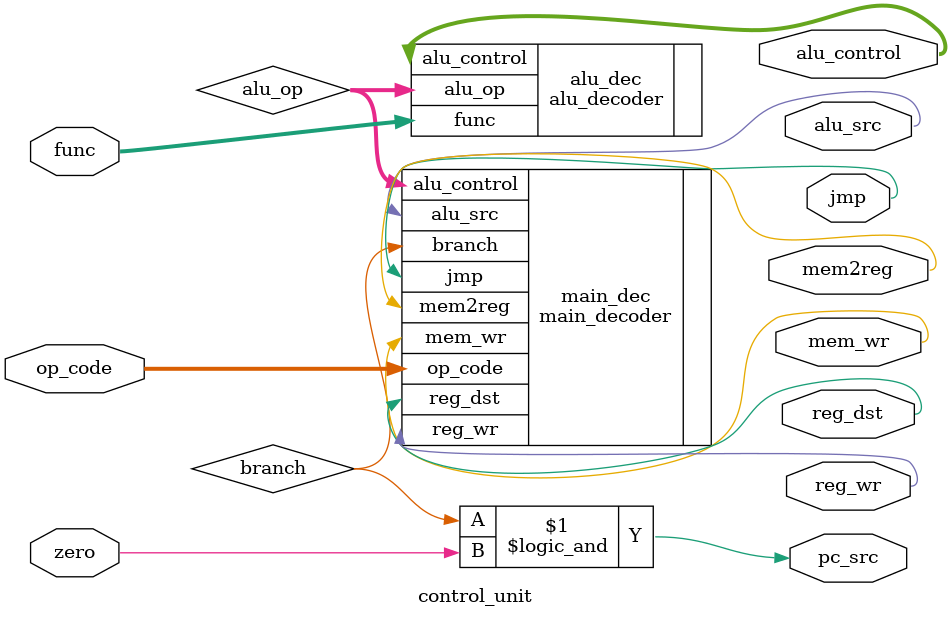
<source format=v>
module control_unit 
#(parameter width_code=6,width_alu_control=3)
(input [width_code-1:0] op_code,
input [width_code-1:0] func,
input zero,
output [width_alu_control-1:0] alu_control,
output mem2reg,
output mem_wr,
output alu_src,
output reg_dst,
output reg_wr,
output jmp ,
output pc_src //zero_flag
);
wire branch ;
assign pc_src = branch && zero;
localparam width_alu_op=2;
//internal signals 
wire [width_alu_op-1:0] alu_op;

//main decoder
main_decoder main_dec
(.op_code(op_code) ,
.alu_control(alu_op),
.mem2reg(mem2reg),
.mem_wr(mem_wr),
.branch(branch),
.alu_src(alu_src),
.reg_dst(reg_dst),
.reg_wr(reg_wr),
.jmp(jmp) 
);
//alu_decoder 
alu_decoder alu_dec
(.func(func),
.alu_op(alu_op),
.alu_control(alu_control)
);
endmodule 
</source>
